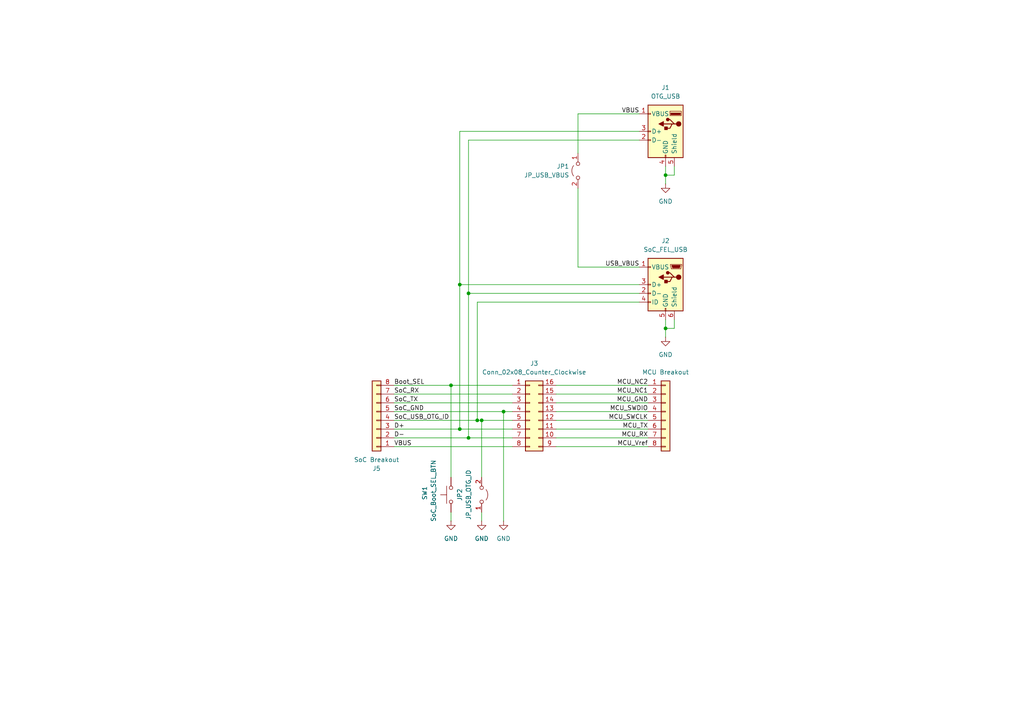
<source format=kicad_sch>
(kicad_sch (version 20250114) (generator "eeschema") (generator_version "9.0")
  (paper "A4")
  (title_block (title "Dreame Breakout Original") (date "2025-12-11") (rev "1.0") (company "Alexander Knapik"))
  (lib_symbols
    (symbol "Connector:USB_B_Micro" (pin_names (offset 1.016))
      (property "Reference" "J" (at -5.08 11.43 0))
      (property "Value" "USB_B_Micro" (at -5.08 8.89 0))
      (symbol "USB_B_Micro_0_1"
        (rectangle (start -5.08 -7.62) (end 5.08 7.62) (stroke (width 0.254)) (fill (type background)))
        (polyline (pts (xy -4.699 5.842) (xy -4.699 5.588) (xy -4.445 4.826) (xy -4.445 4.572) (xy -1.651 4.572) (xy -1.651 4.826) (xy -1.397 5.588) (xy -1.397 5.842) (xy -4.699 5.842)))
        (polyline (pts (xy -4.318 5.588) (xy -1.778 5.588) (xy -2.032 4.826) (xy -4.064 4.826) (xy -4.318 5.588)) (fill (type outline)))
        (circle (center -3.81 2.159) (radius 0.635) (stroke (width 0.254)) (fill (type outline)))
        (polyline (pts (xy -3.175 2.159) (xy -2.54 2.159) (xy -1.27 3.429) (xy -0.635 3.429)) (stroke (width 0.254)))
        (polyline (pts (xy -2.54 2.159) (xy -1.905 2.159) (xy -1.27 0.889) (xy 0 0.889)) (stroke (width 0.254)))
        (polyline (pts (xy -1.905 2.159) (xy 0.635 2.159)) (stroke (width 0.254)))
        (circle (center -0.635 3.429) (radius 0.381) (stroke (width 0.254)) (fill (type outline)))
        (rectangle (start -0.127 -7.62) (end 0.127 -6.858))
        (rectangle (start 0.254 1.27) (end -0.508 0.508) (stroke (width 0.254)) (fill (type outline)))
        (polyline (pts (xy 0.635 2.794) (xy 0.635 1.524) (xy 1.905 2.159) (xy 0.635 2.794)) (stroke (width 0.254)) (fill (type outline)))
        (rectangle (start 5.08 4.953) (end 4.318 5.207))
        (rectangle (start 5.08 -0.127) (end 4.318 0.127))
        (rectangle (start 5.08 -2.667) (end 4.318 -2.413))
        (rectangle (start 5.08 -5.207) (end 4.318 -4.953))
      )
      (symbol "USB_B_Micro_1_1"
        (pin passive line (at -2.54 -10.16 90) (length 2.54) (name "Shield") (number "6"))
        (pin power_out line (at 0 -10.16 90) (length 2.54) (name "GND") (number "5"))
        (pin power_out line (at 7.62 5.08 180) (length 2.54) (name "VBUS") (number "1"))
        (pin bidirectional line (at 7.62 0 180) (length 2.54) (name "D+") (number "3"))
        (pin bidirectional line (at 7.62 -2.54 180) (length 2.54) (name "D-") (number "2"))
        (pin passive line (at 7.62 -5.08 180) (length 2.54) (name "ID") (number "4"))
      )
    )
    (symbol "Connector_Generic:Conn_01x08" (pin_names (offset 1.016) (hide yes))
      (property "Reference" "J" (at 0 10.16 0))
      (property "Value" "Conn_01x08" (at 0 -12.7 0))
      (symbol "Conn_01x08_1_1"
        (rectangle (start -1.27 8.89) (end 1.27 -11.43) (stroke (width 0.254)) (fill (type background)))
        (rectangle (start -1.27 7.747) (end 0 7.493) (stroke (width 0.1524)))
        (rectangle (start -1.27 5.207) (end 0 4.953) (stroke (width 0.1524)))
        (rectangle (start -1.27 2.667) (end 0 2.413) (stroke (width 0.1524)))
        (rectangle (start -1.27 0.127) (end 0 -0.127) (stroke (width 0.1524)))
        (rectangle (start -1.27 -2.413) (end 0 -2.667) (stroke (width 0.1524)))
        (rectangle (start -1.27 -4.953) (end 0 -5.207) (stroke (width 0.1524)))
        (rectangle (start -1.27 -7.493) (end 0 -7.747) (stroke (width 0.1524)))
        (rectangle (start -1.27 -10.033) (end 0 -10.287) (stroke (width 0.1524)))
        (pin passive line (at -5.08 7.62 0) (length 3.81) (name "Pin_1") (number "1"))
        (pin passive line (at -5.08 5.08 0) (length 3.81) (name "Pin_2") (number "2"))
        (pin passive line (at -5.08 2.54 0) (length 3.81) (name "Pin_3") (number "3"))
        (pin passive line (at -5.08 0 0) (length 3.81) (name "Pin_4") (number "4"))
        (pin passive line (at -5.08 -2.54 0) (length 3.81) (name "Pin_5") (number "5"))
        (pin passive line (at -5.08 -5.08 0) (length 3.81) (name "Pin_6") (number "6"))
        (pin passive line (at -5.08 -7.62 0) (length 3.81) (name "Pin_7") (number "7"))
        (pin passive line (at -5.08 -10.16 0) (length 3.81) (name "Pin_8") (number "8"))
      )
    )
    (symbol "Connector_Generic:Conn_02x08_Counter_Clockwise" (pin_names (offset 1.016) (hide yes))
      (property "Reference" "J" (at 1.27 10.16 0))
      (property "Value" "Conn_02x08_Counter_Clockwise" (at 1.27 -12.7 0))
      (symbol "Conn_02x08_Counter_Clockwise_1_1"
        (rectangle (start -1.27 8.89) (end 3.81 -11.43) (stroke (width 0.254)) (fill (type background)))
        (rectangle (start -1.27 7.747) (end 0 7.493) (stroke (width 0.1524)))
        (rectangle (start -1.27 5.207) (end 0 4.953) (stroke (width 0.1524)))
        (rectangle (start -1.27 2.667) (end 0 2.413) (stroke (width 0.1524)))
        (rectangle (start -1.27 0.127) (end 0 -0.127) (stroke (width 0.1524)))
        (rectangle (start -1.27 -2.413) (end 0 -2.667) (stroke (width 0.1524)))
        (rectangle (start -1.27 -4.953) (end 0 -5.207) (stroke (width 0.1524)))
        (rectangle (start -1.27 -7.493) (end 0 -7.747) (stroke (width 0.1524)))
        (rectangle (start -1.27 -10.033) (end 0 -10.287) (stroke (width 0.1524)))
        (rectangle (start 3.81 7.747) (end 2.54 7.493) (stroke (width 0.1524)))
        (rectangle (start 3.81 5.207) (end 2.54 4.953) (stroke (width 0.1524)))
        (rectangle (start 3.81 2.667) (end 2.54 2.413) (stroke (width 0.1524)))
        (rectangle (start 3.81 0.127) (end 2.54 -0.127) (stroke (width 0.1524)))
        (rectangle (start 3.81 -2.413) (end 2.54 -2.667) (stroke (width 0.1524)))
        (rectangle (start 3.81 -4.953) (end 2.54 -5.207) (stroke (width 0.1524)))
        (rectangle (start 3.81 -7.493) (end 2.54 -7.747) (stroke (width 0.1524)))
        (rectangle (start 3.81 -10.033) (end 2.54 -10.287) (stroke (width 0.1524)))
        (pin passive line (at -5.08 7.62 0) (length 3.81) (name "Pin_1") (number "1"))
        (pin passive line (at -5.08 5.08 0) (length 3.81) (name "Pin_2") (number "2"))
        (pin passive line (at -5.08 2.54 0) (length 3.81) (name "Pin_3") (number "3"))
        (pin passive line (at -5.08 0 0) (length 3.81) (name "Pin_4") (number "4"))
        (pin passive line (at -5.08 -2.54 0) (length 3.81) (name "Pin_5") (number "5"))
        (pin passive line (at -5.08 -5.08 0) (length 3.81) (name "Pin_6") (number "6"))
        (pin passive line (at -5.08 -7.62 0) (length 3.81) (name "Pin_7") (number "7"))
        (pin passive line (at -5.08 -10.16 0) (length 3.81) (name "Pin_8") (number "8"))
        (pin passive line (at 7.62 7.62 180) (length 3.81) (name "Pin_16") (number "16"))
        (pin passive line (at 7.62 5.08 180) (length 3.81) (name "Pin_15") (number "15"))
        (pin passive line (at 7.62 2.54 180) (length 3.81) (name "Pin_14") (number "14"))
        (pin passive line (at 7.62 0 180) (length 3.81) (name "Pin_13") (number "13"))
        (pin passive line (at 7.62 -2.54 180) (length 3.81) (name "Pin_12") (number "12"))
        (pin passive line (at 7.62 -5.08 180) (length 3.81) (name "Pin_11") (number "11"))
        (pin passive line (at 7.62 -7.62 180) (length 3.81) (name "Pin_10") (number "10"))
        (pin passive line (at 7.62 -10.16 180) (length 3.81) (name "Pin_9") (number "9"))
      )
    )
    (symbol "Jumper:Jumper_2_Open" (pin_names (offset 0) (hide yes))
      (property "Reference" "JP" (at 0 2.794 0))
      (property "Value" "Jumper_2_Open" (at 0 -2.286 0))
      (symbol "Jumper_2_Open_0_0"
        (circle (center -2.032 0) (radius 0.508))
        (circle (center 2.032 0) (radius 0.508))
      )
      (symbol "Jumper_2_Open_0_1"
        (arc (start -1.524 1.27) (mid 0 1.778) (end 1.524 1.27))
      )
      (symbol "Jumper_2_Open_1_1"
        (pin passive line (at -5.08 0 0) (length 2.54) (name "A") (number "1"))
        (pin passive line (at 5.08 0 180) (length 2.54) (name "B") (number "2"))
      )
    )
    (symbol "Switch:SW_Push" (pin_numbers (hide yes)) (pin_names (offset 1.016) (hide yes))
      (property "Reference" "SW" (at 1.27 2.54 0))
      (property "Value" "SW_Push" (at 0 -1.524 0))
      (symbol "SW_Push_0_1"
        (circle (center -2.032 0) (radius 0.508))
        (polyline (pts (xy 0 1.27) (xy 0 3.048)))
        (circle (center 2.032 0) (radius 0.508))
        (polyline (pts (xy 2.54 1.27) (xy -2.54 1.27)))
        (pin passive line (at -5.08 0 0) (length 2.54) (name "1") (number "1"))
        (pin passive line (at 5.08 0 180) (length 2.54) (name "2") (number "2"))
      )
    )
    (symbol "USB_A_1" (pin_names (offset 1.016))
      (property "Reference" "J" (at -5.08 11.43 0))
      (property "Value" "USB_A" (at -5.08 8.89 0))
      (symbol "USB_A_1_0_1"
        (rectangle (start -5.08 -7.62) (end 5.08 7.62) (stroke (width 0.254)) (fill (type background)))
        (circle (center -3.81 2.159) (radius 0.635) (stroke (width 0.254)) (fill (type outline)))
        (polyline (pts (xy -3.175 2.159) (xy -2.54 2.159) (xy -1.27 3.429) (xy -0.635 3.429)) (stroke (width 0.254)))
        (polyline (pts (xy -2.54 2.159) (xy -1.905 2.159) (xy -1.27 0.889) (xy 0 0.889)) (stroke (width 0.254)))
        (rectangle (start -1.524 4.826) (end -4.318 5.334) (fill (type outline)))
        (rectangle (start -1.27 4.572) (end -4.572 5.842))
        (circle (center -0.635 3.429) (radius 0.381) (stroke (width 0.254)) (fill (type outline)))
        (rectangle (start -0.127 -7.62) (end 0.127 -6.858))
        (rectangle (start 0.254 1.27) (end -0.508 0.508) (stroke (width 0.254)) (fill (type outline)))
        (polyline (pts (xy 0.635 2.794) (xy 0.635 1.524) (xy 1.905 2.159) (xy 0.635 2.794)) (stroke (width 0.254)) (fill (type outline)))
        (rectangle (start 5.08 4.953) (end 4.318 5.207))
        (rectangle (start 5.08 -0.127) (end 4.318 0.127))
        (rectangle (start 5.08 -2.667) (end 4.318 -2.413))
      )
      (symbol "USB_A_1_1_1"
        (polyline (pts (xy -1.905 2.159) (xy 0.635 2.159)) (stroke (width 0.254)))
        (pin passive line (at -2.54 -10.16 90) (length 2.54) (name "Shield") (number "5"))
        (pin power_in line (at 0 -10.16 90) (length 2.54) (name "GND") (number "4"))
        (pin power_in line (at 7.62 5.08 180) (length 2.54) (name "VBUS") (number "1"))
        (pin bidirectional line (at 7.62 0 180) (length 2.54) (name "D+") (number "3"))
        (pin bidirectional line (at 7.62 -2.54 180) (length 2.54) (name "D-") (number "2"))
      )
    )
    (symbol "power:GND" (power) (pin_numbers (hide yes)) (pin_names (offset 0) (hide yes))
      (property "Value" "GND" (at 0 -3.81 0))
      (symbol "GND_0_1"
        (polyline (pts (xy 0 0) (xy 0 -1.27) (xy 1.27 -1.27) (xy 0 -2.54) (xy -1.27 -1.27) (xy 0 -1.27)))
      )
      (symbol "GND_1_1"
        (pin power_in line (at 0 0 270) (length 0) (name "~") (number "1"))
      )
    )
  )
  (junction (at 139.7 121.92))
  (junction (at 133.35 124.46))
  (junction (at 138.43 121.92))
  (junction (at 193.04 50.8))
  (junction (at 135.89 85.09))
  (junction (at 135.89 127))
  (junction (at 146.05 119.38))
  (junction (at 133.35 82.55))
  (junction (at 130.81 111.76))
  (junction (at 193.04 95.25))
  (wire (pts (xy 185.42 33.02) (xy 167.64 33.02)))
  (wire (pts (xy 130.81 111.76) (xy 148.59 111.76)))
  (wire (pts (xy 133.35 124.46) (xy 148.59 124.46)))
  (wire (pts (xy 133.35 82.55) (xy 133.35 124.46)))
  (wire (pts (xy 161.29 121.92) (xy 187.96 121.92)))
  (wire (pts (xy 195.58 50.8) (xy 195.58 48.26)))
  (wire (pts (xy 195.58 95.25) (xy 195.58 92.71)))
  (wire (pts (xy 193.04 95.25) (xy 193.04 97.79)))
  (wire (pts (xy 133.35 82.55) (xy 185.42 82.55)))
  (wire (pts (xy 161.29 127) (xy 187.96 127)))
  (wire (pts (xy 135.89 40.64) (xy 135.89 85.09)))
  (wire (pts (xy 193.04 95.25) (xy 195.58 95.25)))
  (wire (pts (xy 193.04 50.8) (xy 193.04 53.34)))
  (wire (pts (xy 135.89 40.64) (xy 185.42 40.64)))
  (wire (pts (xy 133.35 38.1) (xy 133.35 82.55)))
  (wire (pts (xy 161.29 114.3) (xy 187.96 114.3)))
  (wire (pts (xy 193.04 50.8) (xy 195.58 50.8)))
  (wire (pts (xy 138.43 87.63) (xy 138.43 121.92)))
  (wire (pts (xy 161.29 111.76) (xy 187.96 111.76)))
  (wire (pts (xy 135.89 85.09) (xy 135.89 127)))
  (wire (pts (xy 146.05 119.38) (xy 146.05 151.13)))
  (wire (pts (xy 146.05 119.38) (xy 148.59 119.38)))
  (wire (pts (xy 139.7 121.92) (xy 148.59 121.92)))
  (wire (pts (xy 114.3 111.76) (xy 130.81 111.76)))
  (wire (pts (xy 167.64 54.61) (xy 167.64 77.47)))
  (wire (pts (xy 193.04 48.26) (xy 193.04 50.8)))
  (wire (pts (xy 161.29 129.54) (xy 187.96 129.54)))
  (wire (pts (xy 114.3 116.84) (xy 148.59 116.84)))
  (wire (pts (xy 167.64 33.02) (xy 167.64 44.45)))
  (wire (pts (xy 114.3 124.46) (xy 133.35 124.46)))
  (wire (pts (xy 114.3 127) (xy 135.89 127)))
  (wire (pts (xy 139.7 148.59) (xy 139.7 151.13)))
  (wire (pts (xy 138.43 121.92) (xy 139.7 121.92)))
  (wire (pts (xy 161.29 119.38) (xy 187.96 119.38)))
  (wire (pts (xy 138.43 87.63) (xy 185.42 87.63)))
  (wire (pts (xy 130.81 111.76) (xy 130.81 138.43)))
  (wire (pts (xy 114.3 119.38) (xy 146.05 119.38)))
  (wire (pts (xy 135.89 85.09) (xy 185.42 85.09)))
  (wire (pts (xy 139.7 121.92) (xy 139.7 138.43)))
  (wire (pts (xy 130.81 148.59) (xy 130.81 151.13)))
  (wire (pts (xy 161.29 116.84) (xy 187.96 116.84)))
  (wire (pts (xy 114.3 114.3) (xy 148.59 114.3)))
  (wire (pts (xy 133.35 38.1) (xy 185.42 38.1)))
  (wire (pts (xy 161.29 124.46) (xy 187.96 124.46)))
  (wire (pts (xy 167.64 77.47) (xy 185.42 77.47)))
  (wire (pts (xy 193.04 92.71) (xy 193.04 95.25)))
  (wire (pts (xy 114.3 121.92) (xy 138.43 121.92)))
  (wire (pts (xy 135.89 127) (xy 148.59 127)))
  (wire (pts (xy 114.3 129.54) (xy 148.59 129.54)))
  (label "MCU_TX" (at 187.96 124.46 180))
  (label "SoC_RX" (at 114.3 114.3 0))
  (label "Boot_SEL" (at 114.3 111.76 0))
  (label "SoC_GND" (at 114.3 119.38 0))
  (label "MCU_NC1" (at 187.96 114.3 180))
  (label "D-" (at 114.3 127 0))
  (label "MCU_SWCLK" (at 187.96 121.92 180))
  (label "MCU_GND" (at 187.96 116.84 180))
  (label "D+" (at 114.3 124.46 0))
  (label "MCU_SWDIO" (at 187.96 119.38 180))
  (label "MCU_NC2" (at 187.96 111.76 180))
  (label "SoC_TX" (at 114.3 116.84 0))
  (label "VBUS" (at 114.3 129.54 0))
  (label "MCU_Vref" (at 187.96 129.54 180))
  (label "MCU_RX" (at 187.96 127 180))
  (label "VBUS" (at 185.42 33.02 180))
  (label "SoC_USB_OTG_ID" (at 114.3 121.92 0))
  (label "USB_VBUS" (at 185.42 77.47 180))
  (symbol (lib_id "Connector:USB_B_Micro") (at 193.04 82.55 0) (mirror y) (unit 1)
    (property "Reference" "J2" (at 193.04 69.85 0))
    (property "Value" "SoC_FEL_USB" (at 193.04 72.39 0))
    (property "Footprint" "Connector_USB:USB_Micro-B_Wuerth_614105150721_Vertical" (effects (hide yes)))
  )
  (symbol (lib_id "Jumper:Jumper_2_Open") (at 139.7 143.51 270) (mirror x) (unit 1)
    (property "Reference" "JP2" (at 133.35 143.51 0))
    (property "Value" "JP_USB_OTG_ID" (at 135.89 143.51 0))
    (property "Footprint" "Connector_PinHeader_2.54mm:PinHeader_1x02_P2.54mm_Vertical" (effects (hide yes)))
  )
  (symbol (lib_id "power:GND") (at 146.05 151.13 0) (unit 1)
    (property "Reference" "#PWR05" (effects (hide yes)))
    (property "Value" "GND" (at 146.05 156.21 0))
    (property "Description" "Power symbol creates a global label with name \"GND\" , ground" (effects (hide yes)))
  )
  (symbol (lib_id "Switch:SW_Push") (at 130.81 143.51 90) (unit 1)
    (property "Reference" "SW1" (at 123.19 140.97 0) (effects (justify right)))
    (property "Value" "SoC_Boot_SEL_BTN" (at 125.73 133.35 0) (effects (justify right)))
    (property "Footprint" "Button_Switch_THT:SW_PUSH_6mm" (effects (hide yes)))
  )
  (symbol (lib_id "power:GND") (at 193.04 97.79 0) (unit 1)
    (property "Reference" "#PWR06" (effects (hide yes)))
    (property "Value" "GND" (at 193.04 102.87 0))
    (property "Description" "Power symbol creates a global label with name \"GND\" , ground" (effects (hide yes)))
  )
  (symbol (lib_id "Connector_Generic:Conn_01x08") (at 193.04 119.38 0) (unit 1)
    (property "Reference" "J4" (effects (hide yes)))
    (property "Value" "MCU Breakout" (at 193.04 107.95 0))
    (property "Footprint" "Connector_PinSocket_2.54mm:PinSocket_1x08_P2.54mm_Vertical" (effects (hide yes)))
  )
  (symbol (lib_id "power:GND") (at 193.04 53.34 0) (unit 1)
    (property "Reference" "#PWR01" (effects (hide yes)))
    (property "Value" "GND" (at 193.04 58.42 0))
    (property "Description" "Power symbol creates a global label with name \"GND\" , ground" (effects (hide yes)))
  )
  (symbol (lib_name "USB_A_1") (lib_id "Connector:USB_A") (at 193.04 38.1 0) (mirror y) (unit 1)
    (property "Reference" "J1" (at 193.04 25.4 0))
    (property "Value" "OTG_USB" (at 193.04 27.94 0))
    (property "Footprint" "Custom:ONSHORE_USB-A1VSB6" (effects (hide yes)))
    (property "Description" "USB Type A connector" (effects (hide yes)))
  )
  (symbol (lib_id "power:GND") (at 139.7 151.13 0) (mirror y) (unit 1)
    (property "Reference" "#PWR04" (effects (hide yes)))
    (property "Value" "GND" (at 139.7 156.21 0))
    (property "Description" "Power symbol creates a global label with name \"GND\" , ground" (effects (hide yes)))
  )
  (symbol (lib_id "power:GND") (at 130.81 151.13 0) (mirror y) (unit 1)
    (property "Reference" "#PWR03" (effects (hide yes)))
    (property "Value" "GND" (at 130.81 156.21 0))
    (property "Description" "Power symbol creates a global label with name \"GND\" , ground" (effects (hide yes)))
  )
  (symbol (lib_id "Connector_Generic:Conn_02x08_Counter_Clockwise") (at 153.67 119.38 0) (unit 1)
    (property "Reference" "J3" (at 154.94 105.41 0))
    (property "Value" "Conn_02x08_Counter_Clockwise" (at 154.94 107.95 0))
    (property "Footprint" "Dreame:Connector 02x08 2.00mm Edge Mount" (effects (hide yes)))
    (property "Description" "Generic connector, double row, 02x08, counter clockwise pin numbering scheme (similar to DIP package numbering), script generated (kicad-library-utils/schlib/autogen/connector/)" (effects (hide yes)))
  )
  (symbol (lib_id "Connector_Generic:Conn_01x08") (at 109.22 121.92 180) (unit 1)
    (property "Reference" "J5" (at 109.22 135.89 0))
    (property "Value" "SoC Breakout" (at 109.22 133.35 0))
    (property "Footprint" "Connector_PinSocket_2.54mm:PinSocket_1x08_P2.54mm_Vertical" (effects (hide yes)))
  )
  (symbol (lib_id "Jumper:Jumper_2_Open") (at 167.64 49.53 90) (mirror x) (unit 1)
    (property "Reference" "JP1" (at 165.1 48.2599 90) (effects (justify left)))
    (property "Value" "JP_USB_VBUS" (at 165.1 50.7999 90) (effects (justify left)))
    (property "Footprint" "Connector_PinHeader_2.54mm:PinHeader_1x02_P2.54mm_Vertical" (effects (hide yes)))
  )
)
</source>
